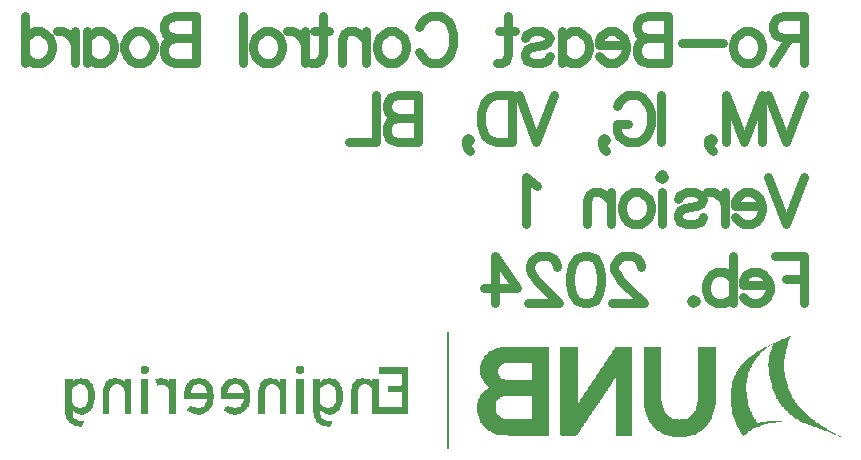
<source format=gbo>
G04*
G04 #@! TF.GenerationSoftware,Altium Limited,Altium Designer,23.5.1 (21)*
G04*
G04 Layer_Color=32896*
%FSLAX44Y44*%
%MOMM*%
G71*
G04*
G04 #@! TF.SameCoordinates,94069164-061E-4E51-8288-264057568BAF*
G04*
G04*
G04 #@! TF.FilePolarity,Positive*
G04*
G01*
G75*
%ADD112C,0.8000*%
G36*
X168490Y89167D02*
X165781D01*
Y88490D01*
X164427D01*
Y87812D01*
X163750D01*
Y87135D01*
X162396D01*
Y89167D01*
X156302D01*
Y58698D01*
X156979D01*
Y55312D01*
X157656D01*
Y53958D01*
X158333D01*
Y53281D01*
X159010D01*
Y51927D01*
X159688D01*
Y51250D01*
X161042D01*
Y50573D01*
X162396D01*
Y49896D01*
X163750D01*
Y49219D01*
X167812D01*
Y48542D01*
X170521D01*
Y49896D01*
X171198D01*
Y51250D01*
X171875D01*
Y53281D01*
X167135D01*
Y53958D01*
X165781D01*
Y54635D01*
X164427D01*
Y55312D01*
X163750D01*
Y55990D01*
X163073D01*
Y57344D01*
X162396D01*
Y62083D01*
X163073D01*
Y61406D01*
X163750D01*
Y60729D01*
X164427D01*
Y60052D01*
X165781D01*
Y59375D01*
X168490D01*
Y58698D01*
X171875D01*
Y59375D01*
X173906D01*
Y60052D01*
X175260D01*
Y60729D01*
X176615D01*
Y61406D01*
X177292D01*
Y62083D01*
X177969D01*
Y63438D01*
X178646D01*
Y64115D01*
X179323D01*
Y65469D01*
X180000D01*
Y67500D01*
X180677D01*
Y70885D01*
X181354D01*
Y78333D01*
X180677D01*
Y81042D01*
X180000D01*
Y83073D01*
X179323D01*
Y84427D01*
X178646D01*
Y85104D01*
X177969D01*
Y85781D01*
X177292D01*
Y87135D01*
X175938D01*
Y87812D01*
X175260D01*
Y88490D01*
X173906D01*
Y89167D01*
X170521D01*
Y89844D01*
X168490D01*
Y89167D01*
D02*
G37*
G36*
X211823Y59375D02*
Y89167D01*
X206406D01*
Y87135D01*
X205052D01*
Y87812D01*
X203698D01*
Y88490D01*
X203021D01*
Y89167D01*
X199635D01*
Y89844D01*
X196927D01*
Y89167D01*
X194219D01*
Y88490D01*
X192865D01*
Y87812D01*
X192188D01*
Y87135D01*
X190833D01*
Y85781D01*
X190156D01*
Y84427D01*
X189479D01*
Y83073D01*
X188802D01*
Y81042D01*
X188125D01*
Y59375D01*
X193542D01*
Y78333D01*
X194219D01*
Y81042D01*
X194896D01*
Y82396D01*
X195573D01*
Y83073D01*
X196250D01*
Y83750D01*
X198281D01*
Y84427D01*
X201667D01*
Y83750D01*
X203021D01*
Y83073D01*
X204375D01*
Y81719D01*
X205052D01*
Y81042D01*
X205729D01*
Y78333D01*
X206406D01*
Y59375D01*
X211146D01*
X211823D01*
D02*
G37*
G36*
X226042Y65469D02*
Y89167D01*
X220625D01*
Y59375D01*
X226042D01*
Y64792D01*
Y65469D01*
D02*
G37*
G36*
X249740Y74271D02*
Y89167D01*
X244323D01*
Y86458D01*
X243646D01*
Y87135D01*
X242969D01*
Y87812D01*
X242292D01*
Y88490D01*
X240938D01*
Y89167D01*
X238906D01*
Y89844D01*
X235521D01*
Y89167D01*
X232812D01*
Y88490D01*
X232135D01*
Y87812D01*
X232812D01*
Y85104D01*
X233490D01*
Y83073D01*
X234844D01*
Y83750D01*
X240938D01*
Y83073D01*
X241615D01*
Y82396D01*
X242292D01*
Y81719D01*
X242969D01*
Y80365D01*
X243646D01*
Y78333D01*
X244323D01*
Y59375D01*
X249740D01*
Y73594D01*
Y74271D01*
D02*
G37*
G36*
X222656Y100000D02*
X221302D01*
Y99323D01*
X220625D01*
Y98646D01*
X219948D01*
Y94583D01*
X220625D01*
Y93906D01*
X221302D01*
Y93229D01*
X225365D01*
Y93906D01*
X226042D01*
Y94583D01*
X226719D01*
Y95938D01*
X227396D01*
Y97292D01*
X226719D01*
Y98646D01*
X226042D01*
Y99323D01*
X225365D01*
Y100000D01*
X223333D01*
X222656D01*
D02*
G37*
G36*
X267344Y89167D02*
X264635D01*
Y88490D01*
X263281D01*
Y87812D01*
X261927D01*
Y87135D01*
X261250D01*
Y86458D01*
X260573D01*
Y85781D01*
X259896D01*
Y85104D01*
X259219D01*
Y83750D01*
X258542D01*
Y82396D01*
X257865D01*
Y81042D01*
X257188D01*
Y79010D01*
X256510D01*
Y72240D01*
X276146D01*
Y69531D01*
X275469D01*
Y68177D01*
X274792D01*
Y66823D01*
X274115D01*
Y66146D01*
X273438D01*
Y65469D01*
X272760D01*
Y64792D01*
X271406D01*
Y64115D01*
X266667D01*
Y64792D01*
X264635D01*
Y65469D01*
X263281D01*
Y66146D01*
X261927D01*
Y65469D01*
X261250D01*
Y64792D01*
X260573D01*
Y64115D01*
X259896D01*
Y63438D01*
X259219D01*
Y62083D01*
X259896D01*
Y61406D01*
X261250D01*
Y60729D01*
X262604D01*
Y60052D01*
X263958D01*
Y59375D01*
X267344D01*
Y58698D01*
X270729D01*
Y59375D01*
X273438D01*
Y60052D01*
X274792D01*
Y60729D01*
X276146D01*
Y61406D01*
X276823D01*
Y62083D01*
X277500D01*
Y62760D01*
X278177D01*
Y63438D01*
X278854D01*
Y64115D01*
X279531D01*
Y65469D01*
X280208D01*
Y66823D01*
X280885D01*
Y68854D01*
X281562D01*
Y71562D01*
X282240D01*
Y76302D01*
X281562D01*
Y80365D01*
X280885D01*
Y82396D01*
X280208D01*
Y83750D01*
X279531D01*
Y84427D01*
X278854D01*
Y85781D01*
X278177D01*
Y86458D01*
X277500D01*
Y87135D01*
X276146D01*
Y87812D01*
X275469D01*
Y88490D01*
X274115D01*
Y89167D01*
X270729D01*
Y89844D01*
X267344D01*
Y89167D01*
D02*
G37*
G36*
X298490D02*
X295104D01*
Y88490D01*
X293750D01*
Y87812D01*
X293073D01*
Y87135D01*
X291719D01*
Y86458D01*
X291042D01*
Y85104D01*
X290365D01*
Y84427D01*
X289688D01*
Y83073D01*
X289010D01*
Y81719D01*
X288333D01*
Y79688D01*
X287656D01*
Y72240D01*
X307292D01*
Y70208D01*
X306615D01*
Y68177D01*
X305938D01*
Y67500D01*
X305260D01*
Y66146D01*
X304583D01*
Y65469D01*
X303906D01*
Y64792D01*
X301875D01*
Y64115D01*
X297812D01*
Y64792D01*
X295781D01*
Y65469D01*
X294427D01*
Y66146D01*
X293073D01*
Y65469D01*
X292396D01*
Y64792D01*
X291719D01*
Y64115D01*
X291042D01*
Y63438D01*
X290365D01*
Y62083D01*
X291042D01*
Y61406D01*
X292396D01*
Y60729D01*
X293073D01*
Y60052D01*
X295104D01*
Y59375D01*
X297812D01*
Y58698D01*
X301875D01*
Y59375D01*
X304583D01*
Y60052D01*
X305938D01*
Y60729D01*
X307292D01*
Y61406D01*
X307969D01*
Y62083D01*
X308646D01*
Y62760D01*
X309323D01*
Y63438D01*
X310000D01*
Y64792D01*
X310677D01*
Y65469D01*
X311354D01*
Y66146D01*
Y67500D01*
X312031D01*
Y68854D01*
X312708D01*
Y79688D01*
X312031D01*
Y81719D01*
X311354D01*
Y83073D01*
X310677D01*
Y84427D01*
X310000D01*
Y85104D01*
X309323D01*
Y86458D01*
X307969D01*
Y87135D01*
X307292D01*
Y87812D01*
X305938D01*
Y88490D01*
X304583D01*
Y89167D01*
X301875D01*
Y89844D01*
X298490D01*
Y89167D01*
D02*
G37*
G36*
X337760Y88490D02*
Y86458D01*
X337083D01*
Y87135D01*
X336406D01*
Y87812D01*
X335729D01*
Y88490D01*
X334375D01*
Y89167D01*
X330990D01*
Y89844D01*
X328281D01*
Y89167D01*
X325573D01*
Y88490D01*
X324219D01*
Y87812D01*
X323542D01*
Y87135D01*
X322865D01*
Y86458D01*
X322188D01*
Y85781D01*
X321510D01*
Y84427D01*
X320833D01*
Y82396D01*
X320156D01*
Y79688D01*
X319479D01*
Y59375D01*
X325573D01*
Y80365D01*
X326250D01*
Y81719D01*
X326927D01*
Y83073D01*
X328281D01*
Y83750D01*
X329635D01*
Y84427D01*
X333021D01*
Y83750D01*
X335052D01*
Y83073D01*
X335729D01*
Y82396D01*
X336406D01*
Y81042D01*
X337083D01*
Y79688D01*
X337760D01*
Y59375D01*
X343177D01*
Y89167D01*
X337760D01*
Y88490D01*
D02*
G37*
G36*
X378385Y89167D02*
X375677D01*
Y88490D01*
X374323D01*
Y87812D01*
X373646D01*
Y87135D01*
X372969D01*
Y86458D01*
X372292D01*
Y89167D01*
X366875D01*
Y88490D01*
X366198D01*
Y60052D01*
X366875D01*
Y55990D01*
X367552D01*
Y54635D01*
X368229D01*
Y53281D01*
X368906D01*
Y52604D01*
X369583D01*
Y51927D01*
X370260D01*
Y51250D01*
X370938D01*
Y50573D01*
X372292D01*
Y49896D01*
X373646D01*
Y49219D01*
X377708D01*
Y48542D01*
X380417D01*
Y49219D01*
X381094D01*
Y50573D01*
X381771D01*
Y53281D01*
X377031D01*
Y53958D01*
X375677D01*
Y54635D01*
X374323D01*
Y55312D01*
X373646D01*
Y55990D01*
X372969D01*
Y58021D01*
X372292D01*
Y62083D01*
X372969D01*
Y61406D01*
X373646D01*
Y60729D01*
X375000D01*
Y60052D01*
X376354D01*
Y59375D01*
X378385D01*
Y58698D01*
X381771D01*
Y59375D01*
X384479D01*
Y60052D01*
X385156D01*
Y60729D01*
X386510D01*
Y61406D01*
X387188D01*
Y62083D01*
X387865D01*
Y62760D01*
X388542D01*
Y64115D01*
X389219D01*
Y65469D01*
X389896D01*
Y66823D01*
X390573D01*
Y69531D01*
X391250D01*
Y79010D01*
X390573D01*
Y81719D01*
X389896D01*
Y83073D01*
X389219D01*
Y84427D01*
X388542D01*
Y85781D01*
X387865D01*
Y86458D01*
X387188D01*
Y87135D01*
X386510D01*
Y87812D01*
X385156D01*
Y88490D01*
X383802D01*
Y89167D01*
X381094D01*
Y89844D01*
X378385D01*
Y89167D01*
D02*
G37*
G36*
X351979Y59375D02*
X358073D01*
Y89167D01*
X351979D01*
Y60052D01*
Y59375D01*
D02*
G37*
G36*
X356719Y100000D02*
X355365D01*
Y100677D01*
X354688D01*
Y100000D01*
X352656D01*
Y99323D01*
X351979D01*
Y97969D01*
X351302D01*
Y95260D01*
X351979D01*
Y93906D01*
X353333D01*
Y93229D01*
X356719D01*
Y93906D01*
X358073D01*
Y95260D01*
X358750D01*
Y97969D01*
X358073D01*
Y99323D01*
X357396D01*
Y100000D01*
X356719D01*
D02*
G37*
G36*
X754167Y117604D02*
X753490D01*
Y118281D01*
X754167D01*
Y117604D01*
D02*
G37*
G36*
X752812Y116927D02*
X752135D01*
Y117604D01*
X752812D01*
Y116927D01*
D02*
G37*
G36*
X752135Y116250D02*
X750781D01*
Y116927D01*
X752135D01*
Y116250D01*
D02*
G37*
G36*
X636354Y40417D02*
X622135D01*
Y89844D01*
X621458D01*
Y88490D01*
X620781D01*
Y87812D01*
X620104D01*
Y86458D01*
X619427D01*
Y85104D01*
X618750D01*
Y84427D01*
X618073D01*
Y83073D01*
X617396D01*
Y82396D01*
X616719D01*
Y81042D01*
X616042D01*
Y80365D01*
X615365D01*
Y79010D01*
X614688D01*
Y78333D01*
X614010D01*
Y76979D01*
X613333D01*
Y76302D01*
X612656D01*
Y74948D01*
X611979D01*
Y74271D01*
X611302D01*
Y72917D01*
X610625D01*
Y72240D01*
X609948D01*
Y70885D01*
X609271D01*
Y70208D01*
X608594D01*
Y68854D01*
X607917D01*
Y68177D01*
X607240D01*
Y66823D01*
X606562D01*
Y66146D01*
X605885D01*
Y65469D01*
X605208D01*
Y64115D01*
X604531D01*
Y63438D01*
X603854D01*
Y62083D01*
X603177D01*
Y61406D01*
X602500D01*
Y60052D01*
X601823D01*
Y59375D01*
X601146D01*
Y58021D01*
X600469D01*
Y57344D01*
X599792D01*
Y55990D01*
X599115D01*
Y55312D01*
X598438D01*
Y53958D01*
X597760D01*
Y53281D01*
X597083D01*
Y51927D01*
X596406D01*
Y51250D01*
X595729D01*
Y49896D01*
X595052D01*
Y49219D01*
X594375D01*
Y47865D01*
X593698D01*
Y47188D01*
X593021D01*
Y45833D01*
X592344D01*
Y45156D01*
X591667D01*
Y43802D01*
X590990D01*
Y43125D01*
X590312D01*
Y41771D01*
X589635D01*
Y41094D01*
X588958D01*
Y40417D01*
X576094D01*
Y41094D01*
X575417D01*
Y115573D01*
X576094D01*
Y116250D01*
X590312D01*
Y68177D01*
X590990D01*
Y69531D01*
X591667D01*
Y70208D01*
X592344D01*
Y71562D01*
X593021D01*
Y72917D01*
X593698D01*
Y73594D01*
X594375D01*
Y74948D01*
X595052D01*
Y75625D01*
X595729D01*
Y76979D01*
X596406D01*
Y77656D01*
X597083D01*
Y79010D01*
X597760D01*
Y79688D01*
X598438D01*
Y81042D01*
X599115D01*
Y81719D01*
X599792D01*
Y83073D01*
X600469D01*
Y83750D01*
X601146D01*
Y85104D01*
X601823D01*
Y85781D01*
X602500D01*
Y87135D01*
X603177D01*
Y87812D01*
X603854D01*
Y89167D01*
X604531D01*
Y89844D01*
X605208D01*
Y91198D01*
X605885D01*
Y91875D01*
X606562D01*
Y93229D01*
X607240D01*
Y93906D01*
X607917D01*
Y95260D01*
X608594D01*
Y95938D01*
X609271D01*
Y97292D01*
X609948D01*
Y97969D01*
X610625D01*
Y99323D01*
X611302D01*
Y100000D01*
X611979D01*
Y101354D01*
X612656D01*
Y102031D01*
X613333D01*
Y103385D01*
X614010D01*
Y104062D01*
X614688D01*
Y105417D01*
X615365D01*
Y106094D01*
X616042D01*
Y107448D01*
X616719D01*
Y108125D01*
X617396D01*
Y109479D01*
X618073D01*
Y110156D01*
X618750D01*
Y111510D01*
X619427D01*
Y112188D01*
X620104D01*
Y113542D01*
X620781D01*
Y114219D01*
X621458D01*
Y115573D01*
X622135D01*
Y116250D01*
X636354D01*
Y40417D01*
D02*
G37*
G36*
X446771Y73594D02*
Y72917D01*
Y59375D01*
X416302D01*
Y79010D01*
X415625D01*
Y81042D01*
X414948D01*
Y82396D01*
X414271D01*
Y83073D01*
X413594D01*
Y83750D01*
X411562D01*
Y84427D01*
X408177D01*
Y83750D01*
X406823D01*
Y83073D01*
X405469D01*
Y81719D01*
X404792D01*
Y80365D01*
X404115D01*
Y59375D01*
X398021D01*
Y80365D01*
X398698D01*
Y82396D01*
X399375D01*
Y84427D01*
X400052D01*
Y85781D01*
X400729D01*
Y86458D01*
X401406D01*
Y87135D01*
X402083D01*
Y87812D01*
X402760D01*
Y88490D01*
X404115D01*
Y89167D01*
X406823D01*
Y89844D01*
X409531D01*
Y89167D01*
X412917D01*
Y88490D01*
X414271D01*
Y87812D01*
X414948D01*
Y87135D01*
X415625D01*
Y86458D01*
X416302D01*
Y89167D01*
X421719D01*
Y65469D01*
X441354D01*
Y77656D01*
X429844D01*
Y83073D01*
X440677D01*
Y83750D01*
X441354D01*
Y93229D01*
X421719D01*
Y98646D01*
X446771D01*
Y73594D01*
D02*
G37*
G36*
X706771Y66823D02*
X706094D01*
Y63438D01*
X705417D01*
Y60729D01*
X704740D01*
Y58021D01*
X704062D01*
Y56667D01*
X703385D01*
Y55312D01*
X702708D01*
Y53958D01*
X702031D01*
Y52604D01*
X701354D01*
Y51927D01*
X700677D01*
Y50573D01*
X700000D01*
Y49896D01*
X699323D01*
Y49219D01*
X698646D01*
Y47865D01*
X697969D01*
Y47188D01*
X697292D01*
Y46510D01*
X695938D01*
Y45833D01*
X695260D01*
Y45156D01*
X694583D01*
Y44479D01*
X693229D01*
Y43802D01*
X691875D01*
Y43125D01*
X691198D01*
Y42448D01*
X689844D01*
Y41771D01*
X687812D01*
Y41094D01*
X685781D01*
Y40417D01*
X682396D01*
Y39740D01*
X670208D01*
Y40417D01*
X666823D01*
Y41094D01*
X664792D01*
Y41771D01*
X662760D01*
Y42448D01*
X661406D01*
Y43125D01*
X660729D01*
Y43802D01*
X659375D01*
Y44479D01*
X658021D01*
Y45156D01*
X657344D01*
Y45833D01*
X655990D01*
Y46510D01*
X655312D01*
Y47188D01*
X654635D01*
Y47865D01*
X653958D01*
Y49219D01*
X653281D01*
Y49896D01*
X652604D01*
Y50573D01*
X651927D01*
Y51927D01*
X651250D01*
Y52604D01*
X650573D01*
Y53958D01*
X649896D01*
Y55312D01*
X649219D01*
Y56667D01*
X648542D01*
Y58698D01*
X647865D01*
Y60729D01*
X647188D01*
Y64115D01*
X646510D01*
Y68177D01*
X645833D01*
Y116250D01*
X660729D01*
Y70208D01*
X661406D01*
Y66823D01*
X662083D01*
Y64115D01*
X662760D01*
Y62760D01*
X663438D01*
Y61406D01*
X664115D01*
Y60052D01*
X664792D01*
Y59375D01*
X665469D01*
Y58698D01*
X666146D01*
Y58021D01*
X666823D01*
Y57344D01*
X667500D01*
Y56667D01*
X668854D01*
Y55990D01*
X669531D01*
Y55312D01*
X671562D01*
Y54635D01*
X675625D01*
Y53958D01*
X676979D01*
Y54635D01*
X681042D01*
Y55312D01*
X683073D01*
Y55990D01*
X684427D01*
Y56667D01*
X685104D01*
Y57344D01*
X685781D01*
Y58021D01*
X686458D01*
Y58698D01*
X687135D01*
Y59375D01*
X687812D01*
Y60052D01*
X688490D01*
Y61406D01*
X689167D01*
Y62083D01*
X689844D01*
Y64115D01*
X690521D01*
Y64792D01*
Y65469D01*
Y66146D01*
X691198D01*
Y69531D01*
X691875D01*
Y116250D01*
X706771D01*
Y66823D01*
D02*
G37*
G36*
X565938Y40417D02*
X531406D01*
Y41094D01*
X524635D01*
Y41771D01*
X521250D01*
Y42448D01*
X519219D01*
Y43125D01*
X517865D01*
Y43802D01*
X516510D01*
Y44479D01*
X515156D01*
Y45156D01*
X513802D01*
Y45833D01*
X513125D01*
Y46510D01*
X512448D01*
Y47188D01*
X511771D01*
Y47865D01*
X511094D01*
Y48542D01*
X510417D01*
Y49219D01*
X509740D01*
Y49896D01*
X509062D01*
Y51250D01*
X508385D01*
Y51927D01*
X507708D01*
Y53281D01*
X507031D01*
Y55312D01*
X506354D01*
Y57344D01*
X505677D01*
Y60052D01*
X505000D01*
Y68854D01*
X505677D01*
Y71562D01*
X506354D01*
Y72917D01*
X507031D01*
Y74271D01*
X507708D01*
Y75625D01*
X508385D01*
Y76302D01*
X509062D01*
Y76979D01*
X509740D01*
Y77656D01*
X510417D01*
Y78333D01*
X511094D01*
Y79010D01*
X511771D01*
Y79688D01*
X513125D01*
Y80365D01*
X514479D01*
Y81042D01*
X515156D01*
Y81719D01*
X514479D01*
Y82396D01*
X513802D01*
Y83073D01*
X513125D01*
Y83750D01*
X512448D01*
Y84427D01*
X511771D01*
Y85104D01*
X511094D01*
Y85781D01*
X510417D01*
Y87135D01*
X509740D01*
Y88490D01*
X509062D01*
Y89844D01*
X508385D01*
Y91875D01*
X507708D01*
Y100677D01*
X508385D01*
Y103385D01*
X509062D01*
Y104740D01*
X509740D01*
Y106094D01*
X510417D01*
Y107448D01*
X511094D01*
Y108125D01*
X511771D01*
Y108802D01*
X512448D01*
Y109479D01*
X513125D01*
Y110156D01*
X513802D01*
Y110833D01*
X514479D01*
Y111510D01*
X515156D01*
Y112188D01*
X516510D01*
Y112865D01*
X517865D01*
Y113542D01*
X519219D01*
Y114219D01*
X521250D01*
Y114896D01*
X523958D01*
Y115573D01*
X530052D01*
Y116250D01*
X565938D01*
Y40417D01*
D02*
G37*
G36*
X770417Y124375D02*
X769740D01*
Y123021D01*
X769062D01*
Y120990D01*
X768385D01*
Y118958D01*
X767708D01*
Y116927D01*
X767031D01*
Y114219D01*
X766354D01*
Y110156D01*
X765677D01*
Y105417D01*
X765000D01*
Y94583D01*
X765677D01*
Y89844D01*
X766354D01*
Y89167D01*
Y87135D01*
X767031D01*
Y84427D01*
X767708D01*
Y82396D01*
X768385D01*
Y80365D01*
X769062D01*
Y79010D01*
X769740D01*
Y76979D01*
X770417D01*
Y75625D01*
X771094D01*
Y74271D01*
X771771D01*
Y72917D01*
X772448D01*
Y71562D01*
X773125D01*
Y70885D01*
X773802D01*
Y69531D01*
X774479D01*
Y68854D01*
X775156D01*
Y68177D01*
X775833D01*
Y66823D01*
X776510D01*
Y66146D01*
X777188D01*
Y65469D01*
X777865D01*
Y64792D01*
X778542D01*
Y64115D01*
X779219D01*
Y63438D01*
X779896D01*
Y62760D01*
X780573D01*
Y62083D01*
X781250D01*
Y61406D01*
X781927D01*
Y60729D01*
X782604D01*
Y60052D01*
X783281D01*
Y59375D01*
X783958D01*
Y58698D01*
X784635D01*
Y58021D01*
X785312D01*
Y57344D01*
X785990D01*
Y56667D01*
X786667D01*
Y55990D01*
X788021D01*
Y55312D01*
X788698D01*
Y54635D01*
X789375D01*
Y53958D01*
X790729D01*
Y53281D01*
X791406D01*
Y52604D01*
X792083D01*
Y51927D01*
X793438D01*
Y51250D01*
X794115D01*
Y50573D01*
X795469D01*
Y49896D01*
X796146D01*
Y49219D01*
X797500D01*
Y48542D01*
X798177D01*
Y47865D01*
X799531D01*
Y47188D01*
X800885D01*
Y46510D01*
X801562D01*
Y45833D01*
X802917D01*
Y45156D01*
X804271D01*
Y44479D01*
X804948D01*
Y43802D01*
X806302D01*
Y43125D01*
X807656D01*
Y42448D01*
X809010D01*
Y41771D01*
X810365D01*
Y41094D01*
X811719D01*
Y40417D01*
X813073D01*
Y39740D01*
X811719D01*
Y40417D01*
X810365D01*
Y41094D01*
X809010D01*
Y41771D01*
X806979D01*
Y42448D01*
X805625D01*
Y43125D01*
X803594D01*
Y43802D01*
X802240D01*
Y44479D01*
X800208D01*
Y45156D01*
X798854D01*
Y45833D01*
X796823D01*
Y46510D01*
X794792D01*
Y47188D01*
X792760D01*
Y47865D01*
X790729D01*
Y48542D01*
X789375D01*
Y49219D01*
X787344D01*
Y49896D01*
X785312D01*
Y50573D01*
X783281D01*
Y51250D01*
X781250D01*
Y51927D01*
X779896D01*
Y52604D01*
X778542D01*
Y53281D01*
X777865D01*
Y53958D01*
X776510D01*
Y54635D01*
X775156D01*
Y55312D01*
X774479D01*
Y55990D01*
X773125D01*
Y56667D01*
X772448D01*
Y57344D01*
X771771D01*
Y58021D01*
X770417D01*
Y58698D01*
X769740D01*
Y59375D01*
X769062D01*
Y60052D01*
X768385D01*
Y60729D01*
X767708D01*
Y61406D01*
X767031D01*
Y62083D01*
X766354D01*
Y62760D01*
X765677D01*
Y63438D01*
X765000D01*
Y64115D01*
X764323D01*
Y64792D01*
X763646D01*
Y65469D01*
X762969D01*
Y66146D01*
X762292D01*
Y67500D01*
X761615D01*
Y68177D01*
X760938D01*
Y68854D01*
X760260D01*
Y70208D01*
X759583D01*
Y71562D01*
X758906D01*
Y72240D01*
X758229D01*
Y73594D01*
X757552D01*
Y75625D01*
X756875D01*
Y76979D01*
X756198D01*
Y79010D01*
X755521D01*
Y80365D01*
X754844D01*
Y82396D01*
X754167D01*
Y85104D01*
X753490D01*
Y87812D01*
X752812D01*
Y91198D01*
X752135D01*
Y98646D01*
X751458D01*
Y102031D01*
X752135D01*
Y108802D01*
X752812D01*
Y111510D01*
X753490D01*
Y113542D01*
X754167D01*
Y115573D01*
X754844D01*
Y116927D01*
X755521D01*
Y118958D01*
X756875D01*
Y119635D01*
X758229D01*
Y120312D01*
X759583D01*
Y120990D01*
X760938D01*
Y121667D01*
X762292D01*
Y122344D01*
X764323D01*
Y123021D01*
X765677D01*
Y123698D01*
X767031D01*
Y124375D01*
X769062D01*
Y125052D01*
X770417D01*
Y124375D01*
D02*
G37*
G36*
X750781Y115573D02*
X750104D01*
Y114896D01*
X749427D01*
Y114219D01*
X748750D01*
Y113542D01*
X747396D01*
Y112865D01*
X746719D01*
Y112188D01*
X746042D01*
Y111510D01*
X745365D01*
Y110833D01*
X744688D01*
Y110156D01*
X744010D01*
Y109479D01*
X743333D01*
Y108125D01*
X742656D01*
Y107448D01*
X741979D01*
Y106771D01*
X741302D01*
Y106094D01*
X740625D01*
Y104740D01*
X739948D01*
Y104062D01*
X739271D01*
Y102708D01*
X738594D01*
Y101354D01*
X737917D01*
Y100677D01*
X737240D01*
Y99323D01*
X736562D01*
Y97969D01*
X735885D01*
Y95938D01*
X735208D01*
Y94583D01*
X734531D01*
Y92552D01*
X733854D01*
Y89844D01*
X733177D01*
Y85104D01*
X732500D01*
Y77656D01*
X733177D01*
Y72240D01*
X733854D01*
Y68854D01*
X734531D01*
Y66146D01*
X735208D01*
Y64115D01*
X735885D01*
Y62083D01*
X736562D01*
Y60729D01*
X737240D01*
Y59375D01*
X737917D01*
Y58021D01*
X738594D01*
Y56667D01*
X739271D01*
Y55312D01*
X739948D01*
Y54635D01*
X740625D01*
Y53281D01*
X741302D01*
Y52604D01*
X741979D01*
Y51927D01*
X744010D01*
Y52604D01*
X750104D01*
Y53281D01*
X762969D01*
Y52604D01*
X758229D01*
Y51927D01*
X754167D01*
Y51250D01*
X750781D01*
Y50573D01*
X748073D01*
Y49896D01*
X745365D01*
Y49219D01*
X744010D01*
Y48542D01*
X741979D01*
Y47865D01*
X740625D01*
Y47188D01*
X738594D01*
Y46510D01*
X737240D01*
Y45833D01*
X736562D01*
Y45156D01*
X735208D01*
Y44479D01*
X734531D01*
Y43802D01*
X733854D01*
Y43125D01*
X733177D01*
Y42448D01*
X732500D01*
Y41771D01*
X731823D01*
Y41094D01*
X731146D01*
Y39740D01*
X730469D01*
Y40417D01*
X729792D01*
Y41094D01*
X729115D01*
Y42448D01*
X728438D01*
Y43802D01*
X727760D01*
Y44479D01*
X727083D01*
Y45833D01*
X726406D01*
Y47188D01*
X725729D01*
Y48542D01*
X725052D01*
Y49896D01*
X724375D01*
Y51250D01*
X723698D01*
Y52604D01*
X723021D01*
Y54635D01*
X722344D01*
Y56667D01*
X721667D01*
Y58698D01*
X720990D01*
Y61406D01*
X720312D01*
Y65469D01*
X719635D01*
Y81042D01*
X720312D01*
Y84427D01*
X720990D01*
Y87135D01*
X721667D01*
Y89167D01*
X722344D01*
Y91198D01*
X723021D01*
Y92552D01*
X723698D01*
Y93906D01*
X724375D01*
Y94583D01*
X725052D01*
Y95938D01*
X725729D01*
Y97292D01*
X726406D01*
Y97969D01*
X727083D01*
Y98646D01*
X727760D01*
Y100000D01*
X728438D01*
Y100677D01*
X729115D01*
Y101354D01*
X729792D01*
Y102031D01*
X730469D01*
Y102708D01*
X731146D01*
Y103385D01*
X731823D01*
Y104062D01*
X732500D01*
Y104740D01*
X733177D01*
Y105417D01*
X733854D01*
Y106094D01*
X734531D01*
Y106771D01*
X735208D01*
Y107448D01*
X736562D01*
Y108125D01*
X737240D01*
Y108802D01*
X737917D01*
Y109479D01*
X739271D01*
Y110156D01*
X739948D01*
Y110833D01*
X741302D01*
Y111510D01*
X741979D01*
Y112188D01*
X743333D01*
Y112865D01*
X744688D01*
Y113542D01*
X745365D01*
Y114219D01*
X746719D01*
Y114896D01*
X748073D01*
Y115573D01*
X749427D01*
Y116250D01*
X750781D01*
Y115573D01*
D02*
G37*
G36*
X481302Y35000D02*
Y34323D01*
Y29583D01*
X479271D01*
Y128438D01*
X481302D01*
Y35000D01*
D02*
G37*
%LPC*%
G36*
X167135Y84427D02*
X170521D01*
Y83750D01*
X172552D01*
Y83073D01*
X173229D01*
Y82396D01*
X173906D01*
Y81042D01*
X174583D01*
Y79688D01*
X175260D01*
Y69531D01*
X174583D01*
Y67500D01*
X173906D01*
Y66146D01*
X173229D01*
Y65469D01*
X171875D01*
Y64792D01*
X170521D01*
Y64115D01*
X167135D01*
Y64792D01*
X165104D01*
Y65469D01*
X164427D01*
Y66146D01*
X163750D01*
Y66823D01*
X163073D01*
Y67500D01*
X162396D01*
Y68177D01*
X161719D01*
Y80365D01*
X162396D01*
Y81042D01*
X163073D01*
Y81719D01*
X163750D01*
Y82396D01*
X164427D01*
Y83073D01*
X165781D01*
Y83750D01*
X167135D01*
Y84427D01*
D02*
G37*
G36*
X267344D02*
X271406D01*
Y83750D01*
X272760D01*
Y83073D01*
X274115D01*
Y81719D01*
X274792D01*
Y81042D01*
X275469D01*
Y79010D01*
X276146D01*
Y77656D01*
Y76979D01*
X262604D01*
Y79688D01*
X263281D01*
Y81042D01*
X263958D01*
Y82396D01*
X264635D01*
Y83073D01*
X265312D01*
Y83750D01*
X267344D01*
Y84427D01*
D02*
G37*
G36*
X298490D02*
X302552D01*
Y83750D01*
X303906D01*
Y83073D01*
X304583D01*
Y82396D01*
X305260D01*
Y81719D01*
X305938D01*
Y80365D01*
X306615D01*
Y79010D01*
X307292D01*
Y76979D01*
X293073D01*
Y77656D01*
X293750D01*
Y80365D01*
X294427D01*
Y81719D01*
X295104D01*
Y82396D01*
X295781D01*
Y83073D01*
X296458D01*
Y83750D01*
X298490D01*
Y84427D01*
D02*
G37*
G36*
X377708D02*
X380417D01*
Y83750D01*
X382448D01*
Y83073D01*
X383125D01*
Y82396D01*
X383802D01*
Y81719D01*
X384479D01*
Y79688D01*
X385156D01*
Y76979D01*
X385833D01*
Y72240D01*
X385156D01*
Y68854D01*
X384479D01*
Y67500D01*
X383802D01*
Y66146D01*
X383125D01*
Y65469D01*
X382448D01*
Y64792D01*
X380417D01*
Y64115D01*
X377031D01*
Y64792D01*
X375677D01*
Y65469D01*
X374323D01*
Y66146D01*
X373646D01*
Y66823D01*
X372969D01*
Y67500D01*
X372292D01*
Y81042D01*
X372969D01*
Y81719D01*
X373646D01*
Y82396D01*
X374323D01*
Y83073D01*
X375677D01*
Y83750D01*
X377708D01*
Y84427D01*
D02*
G37*
G36*
X551042Y102031D02*
X528021D01*
Y101354D01*
X525990D01*
Y100677D01*
X525312D01*
Y100000D01*
X524635D01*
Y99323D01*
X523958D01*
Y98646D01*
X523281D01*
Y97292D01*
X522604D01*
Y93229D01*
X523281D01*
Y91198D01*
X523958D01*
Y90521D01*
X524635D01*
Y89844D01*
X525312D01*
Y89167D01*
X525990D01*
Y88490D01*
X528698D01*
Y87812D01*
X551042D01*
Y102031D01*
D02*
G37*
G36*
Y74271D02*
X526667D01*
Y73594D01*
X524635D01*
Y72917D01*
X523958D01*
Y72240D01*
X522604D01*
Y70885D01*
X521927D01*
Y70208D01*
X521250D01*
Y68854D01*
X520573D01*
Y61406D01*
X521250D01*
Y60052D01*
X521927D01*
Y58698D01*
X522604D01*
Y58021D01*
X523281D01*
Y57344D01*
X523958D01*
Y56667D01*
X525312D01*
Y55990D01*
X526667D01*
Y55312D01*
X531406D01*
Y54635D01*
X551042D01*
Y66823D01*
Y67500D01*
Y74271D01*
D02*
G37*
%LPD*%
D112*
X782000Y396465D02*
Y356473D01*
Y396465D02*
X764861D01*
X759148Y394560D01*
X757243Y392656D01*
X755339Y388847D01*
Y385039D01*
X757243Y381230D01*
X759148Y379326D01*
X764861Y377421D01*
X782000D01*
X768670D02*
X755339Y356473D01*
X736867Y383134D02*
X740676Y381230D01*
X744484Y377421D01*
X746389Y371708D01*
Y367900D01*
X744484Y362186D01*
X740676Y358378D01*
X736867Y356473D01*
X731154D01*
X727345Y358378D01*
X723536Y362186D01*
X721632Y367900D01*
Y371708D01*
X723536Y377421D01*
X727345Y381230D01*
X731154Y383134D01*
X736867D01*
X712872Y373613D02*
X678594D01*
X666787Y396465D02*
Y356473D01*
Y396465D02*
X649647D01*
X643934Y394560D01*
X642030Y392656D01*
X640126Y388847D01*
Y385039D01*
X642030Y381230D01*
X643934Y379326D01*
X649647Y377421D01*
X666787D02*
X649647D01*
X643934Y375517D01*
X642030Y373613D01*
X640126Y369804D01*
Y364091D01*
X642030Y360282D01*
X643934Y358378D01*
X649647Y356473D01*
X666787D01*
X631175Y371708D02*
X608323D01*
Y375517D01*
X610227Y379326D01*
X612132Y381230D01*
X615940Y383134D01*
X621653D01*
X625462Y381230D01*
X629271Y377421D01*
X631175Y371708D01*
Y367900D01*
X629271Y362186D01*
X625462Y358378D01*
X621653Y356473D01*
X615940D01*
X612132Y358378D01*
X608323Y362186D01*
X576901Y383134D02*
Y356473D01*
Y377421D02*
X580710Y381230D01*
X584519Y383134D01*
X590232D01*
X594040Y381230D01*
X597849Y377421D01*
X599753Y371708D01*
Y367900D01*
X597849Y362186D01*
X594040Y358378D01*
X590232Y356473D01*
X584519D01*
X580710Y358378D01*
X576901Y362186D01*
X545289Y377421D02*
X547193Y381230D01*
X552906Y383134D01*
X558619D01*
X564332Y381230D01*
X566237Y377421D01*
X564332Y373613D01*
X560524Y371708D01*
X551002Y369804D01*
X547193Y367900D01*
X545289Y364091D01*
Y362186D01*
X547193Y358378D01*
X552906Y356473D01*
X558619D01*
X564332Y358378D01*
X566237Y362186D01*
X531197Y396465D02*
Y364091D01*
X529292Y358378D01*
X525484Y356473D01*
X521675D01*
X536910Y383134D02*
X523579D01*
X455975Y386943D02*
X457879Y390752D01*
X461688Y394560D01*
X465496Y396465D01*
X473114D01*
X476923Y394560D01*
X480731Y390752D01*
X482636Y386943D01*
X484540Y381230D01*
Y371708D01*
X482636Y365995D01*
X480731Y362186D01*
X476923Y358378D01*
X473114Y356473D01*
X465496D01*
X461688Y358378D01*
X457879Y362186D01*
X455975Y365995D01*
X435217Y383134D02*
X439026Y381230D01*
X442835Y377421D01*
X444739Y371708D01*
Y367900D01*
X442835Y362186D01*
X439026Y358378D01*
X435217Y356473D01*
X429504D01*
X425695Y358378D01*
X421887Y362186D01*
X419982Y367900D01*
Y371708D01*
X421887Y377421D01*
X425695Y381230D01*
X429504Y383134D01*
X435217D01*
X411222D02*
Y356473D01*
Y375517D02*
X405509Y381230D01*
X401701Y383134D01*
X395988D01*
X392179Y381230D01*
X390275Y375517D01*
Y356473D01*
X374087Y396465D02*
Y364091D01*
X372183Y358378D01*
X368374Y356473D01*
X364566D01*
X379801Y383134D02*
X366470D01*
X358853D02*
Y356473D01*
Y371708D02*
X356948Y377421D01*
X353140Y381230D01*
X349331Y383134D01*
X343618D01*
X330478D02*
X334286Y381230D01*
X338095Y377421D01*
X340000Y371708D01*
Y367900D01*
X338095Y362186D01*
X334286Y358378D01*
X330478Y356473D01*
X324765D01*
X320956Y358378D01*
X317147Y362186D01*
X315243Y367900D01*
Y371708D01*
X317147Y377421D01*
X320956Y381230D01*
X324765Y383134D01*
X330478D01*
X306483Y396465D02*
Y356473D01*
X266682Y396465D02*
Y356473D01*
Y396465D02*
X249543D01*
X243830Y394560D01*
X241925Y392656D01*
X240021Y388847D01*
Y385039D01*
X241925Y381230D01*
X243830Y379326D01*
X249543Y377421D01*
X266682D02*
X249543D01*
X243830Y375517D01*
X241925Y373613D01*
X240021Y369804D01*
Y364091D01*
X241925Y360282D01*
X243830Y358378D01*
X249543Y356473D01*
X266682D01*
X221549Y383134D02*
X225357Y381230D01*
X229166Y377421D01*
X231071Y371708D01*
Y367900D01*
X229166Y362186D01*
X225357Y358378D01*
X221549Y356473D01*
X215836D01*
X212027Y358378D01*
X208218Y362186D01*
X206314Y367900D01*
Y371708D01*
X208218Y377421D01*
X212027Y381230D01*
X215836Y383134D01*
X221549D01*
X174702D02*
Y356473D01*
Y377421D02*
X178510Y381230D01*
X182319Y383134D01*
X188032D01*
X191841Y381230D01*
X195650Y377421D01*
X197554Y371708D01*
Y367900D01*
X195650Y362186D01*
X191841Y358378D01*
X188032Y356473D01*
X182319D01*
X178510Y358378D01*
X174702Y362186D01*
X164037Y383134D02*
Y356473D01*
Y371708D02*
X162133Y377421D01*
X158324Y381230D01*
X154515Y383134D01*
X148802D01*
X122332Y396465D02*
Y356473D01*
Y377421D02*
X126141Y381230D01*
X129949Y383134D01*
X135662D01*
X139471Y381230D01*
X143280Y377421D01*
X145184Y371708D01*
Y367900D01*
X143280Y362186D01*
X139471Y358378D01*
X135662Y356473D01*
X129949D01*
X126141Y358378D01*
X122332Y362186D01*
X782000Y329275D02*
X766765Y289284D01*
X751530Y329275D02*
X766765Y289284D01*
X746389Y329275D02*
Y289284D01*
Y329275D02*
X731154Y289284D01*
X715919Y329275D02*
X731154Y289284D01*
X715919Y329275D02*
Y289284D01*
X700684Y291188D02*
X702589Y289284D01*
X704493Y291188D01*
X702589Y293092D01*
X700684Y291188D01*
Y287379D01*
X702589Y283571D01*
X704493Y281666D01*
X660502Y329275D02*
Y289284D01*
X623558Y319753D02*
X625462Y323562D01*
X629271Y327371D01*
X633080Y329275D01*
X640697D01*
X644506Y327371D01*
X648314Y323562D01*
X650219Y319753D01*
X652123Y314040D01*
Y304519D01*
X650219Y298805D01*
X648314Y294997D01*
X644506Y291188D01*
X640697Y289284D01*
X633080D01*
X629271Y291188D01*
X625462Y294997D01*
X623558Y298805D01*
Y304519D01*
X633080D02*
X623558D01*
X610608Y291188D02*
X612513Y289284D01*
X614417Y291188D01*
X612513Y293092D01*
X610608Y291188D01*
Y287379D01*
X612513Y283571D01*
X614417Y281666D01*
X570426Y329275D02*
X555191Y289284D01*
X539957Y329275D02*
X555191Y289284D01*
X534815Y329275D02*
Y289284D01*
Y329275D02*
X521484D01*
X515771Y327371D01*
X511963Y323562D01*
X510058Y319753D01*
X508154Y314040D01*
Y304519D01*
X510058Y298805D01*
X511963Y294997D01*
X515771Y291188D01*
X521484Y289284D01*
X534815D01*
X495395Y291188D02*
X497299Y289284D01*
X499203Y291188D01*
X497299Y293092D01*
X495395Y291188D01*
Y287379D01*
X497299Y283571D01*
X499203Y281666D01*
X455213Y329275D02*
Y289284D01*
Y329275D02*
X438074D01*
X432361Y327371D01*
X430456Y325466D01*
X428552Y321658D01*
Y317849D01*
X430456Y314040D01*
X432361Y312136D01*
X438074Y310232D01*
X455213D02*
X438074D01*
X432361Y308327D01*
X430456Y306423D01*
X428552Y302614D01*
Y296901D01*
X430456Y293092D01*
X432361Y291188D01*
X438074Y289284D01*
X455213D01*
X419602Y329275D02*
Y289284D01*
X396749D01*
X782000Y260181D02*
X766765Y220190D01*
X751530Y260181D02*
X766765Y220190D01*
X746389Y235424D02*
X723536D01*
Y239233D01*
X725441Y243042D01*
X727345Y244946D01*
X731154Y246851D01*
X736867D01*
X740676Y244946D01*
X744484Y241138D01*
X746389Y235424D01*
Y231616D01*
X744484Y225903D01*
X740676Y222094D01*
X736867Y220190D01*
X731154D01*
X727345Y222094D01*
X723536Y225903D01*
X714967Y246851D02*
Y220190D01*
Y235424D02*
X713062Y241138D01*
X709254Y244946D01*
X705445Y246851D01*
X699732D01*
X675166Y241138D02*
X677070Y244946D01*
X682783Y246851D01*
X688496D01*
X694209Y244946D01*
X696114Y241138D01*
X694209Y237329D01*
X690401Y235424D01*
X680879Y233520D01*
X677070Y231616D01*
X675166Y227807D01*
Y225903D01*
X677070Y222094D01*
X682783Y220190D01*
X688496D01*
X694209Y222094D01*
X696114Y225903D01*
X662978Y260181D02*
X661074Y258277D01*
X659169Y260181D01*
X661074Y262085D01*
X662978Y260181D01*
X661074Y246851D02*
Y220190D01*
X642601Y246851D02*
X646410Y244946D01*
X650219Y241138D01*
X652123Y235424D01*
Y231616D01*
X650219Y225903D01*
X646410Y222094D01*
X642601Y220190D01*
X636888D01*
X633080Y222094D01*
X629271Y225903D01*
X627366Y231616D01*
Y235424D01*
X629271Y241138D01*
X633080Y244946D01*
X636888Y246851D01*
X642601D01*
X618606D02*
Y220190D01*
Y239233D02*
X612893Y244946D01*
X609085Y246851D01*
X603372D01*
X599563Y244946D01*
X597659Y239233D01*
Y220190D01*
X555763Y252564D02*
X551954Y254468D01*
X546241Y260181D01*
Y220190D01*
X782000Y192991D02*
Y153000D01*
Y192991D02*
X757243D01*
X782000Y173948D02*
X766765D01*
X752673Y168235D02*
X729821D01*
Y172043D01*
X731725Y175852D01*
X733629Y177757D01*
X737438Y179661D01*
X743151D01*
X746960Y177757D01*
X750769Y173948D01*
X752673Y168235D01*
Y164426D01*
X750769Y158713D01*
X746960Y154904D01*
X743151Y153000D01*
X737438D01*
X733629Y154904D01*
X729821Y158713D01*
X721251Y192991D02*
Y153000D01*
Y173948D02*
X717442Y177757D01*
X713634Y179661D01*
X707921D01*
X704112Y177757D01*
X700303Y173948D01*
X698399Y168235D01*
Y164426D01*
X700303Y158713D01*
X704112Y154904D01*
X707921Y153000D01*
X713634D01*
X717442Y154904D01*
X721251Y158713D01*
X687925Y156809D02*
X689829Y154904D01*
X687925Y153000D01*
X686021Y154904D01*
X687925Y156809D01*
X643934Y183470D02*
Y185374D01*
X642030Y189183D01*
X640126Y191087D01*
X636317Y192991D01*
X628700D01*
X624891Y191087D01*
X622986Y189183D01*
X621082Y185374D01*
Y181565D01*
X622986Y177757D01*
X626795Y172043D01*
X645839Y153000D01*
X619178D01*
X598801Y192991D02*
X604514Y191087D01*
X608323Y185374D01*
X610227Y175852D01*
Y170139D01*
X608323Y160617D01*
X604514Y154904D01*
X598801Y153000D01*
X594992D01*
X589279Y154904D01*
X585471Y160617D01*
X583566Y170139D01*
Y175852D01*
X585471Y185374D01*
X589279Y191087D01*
X594992Y192991D01*
X598801D01*
X572712Y183470D02*
Y185374D01*
X570807Y189183D01*
X568903Y191087D01*
X565094Y192991D01*
X557477D01*
X553668Y191087D01*
X551764Y189183D01*
X549859Y185374D01*
Y181565D01*
X551764Y177757D01*
X555572Y172043D01*
X574616Y153000D01*
X547955D01*
X519961Y192991D02*
X539005Y166331D01*
X510439D01*
X519961Y192991D02*
Y153000D01*
M02*

</source>
